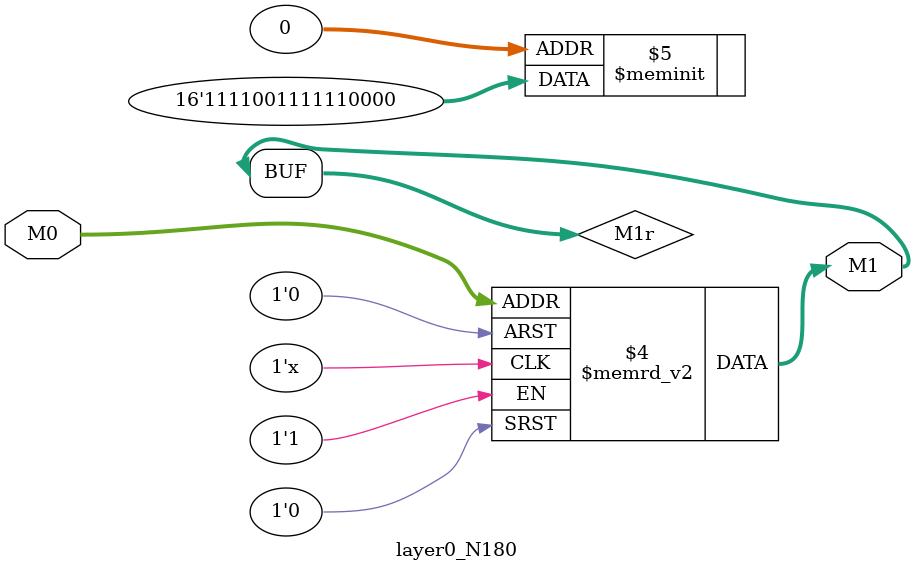
<source format=v>
module layer0_N180 ( input [2:0] M0, output [1:0] M1 );

	(*rom_style = "distributed" *) reg [1:0] M1r;
	assign M1 = M1r;
	always @ (M0) begin
		case (M0)
			3'b000: M1r = 2'b00;
			3'b100: M1r = 2'b11;
			3'b010: M1r = 2'b11;
			3'b110: M1r = 2'b11;
			3'b001: M1r = 2'b00;
			3'b101: M1r = 2'b00;
			3'b011: M1r = 2'b11;
			3'b111: M1r = 2'b11;

		endcase
	end
endmodule

</source>
